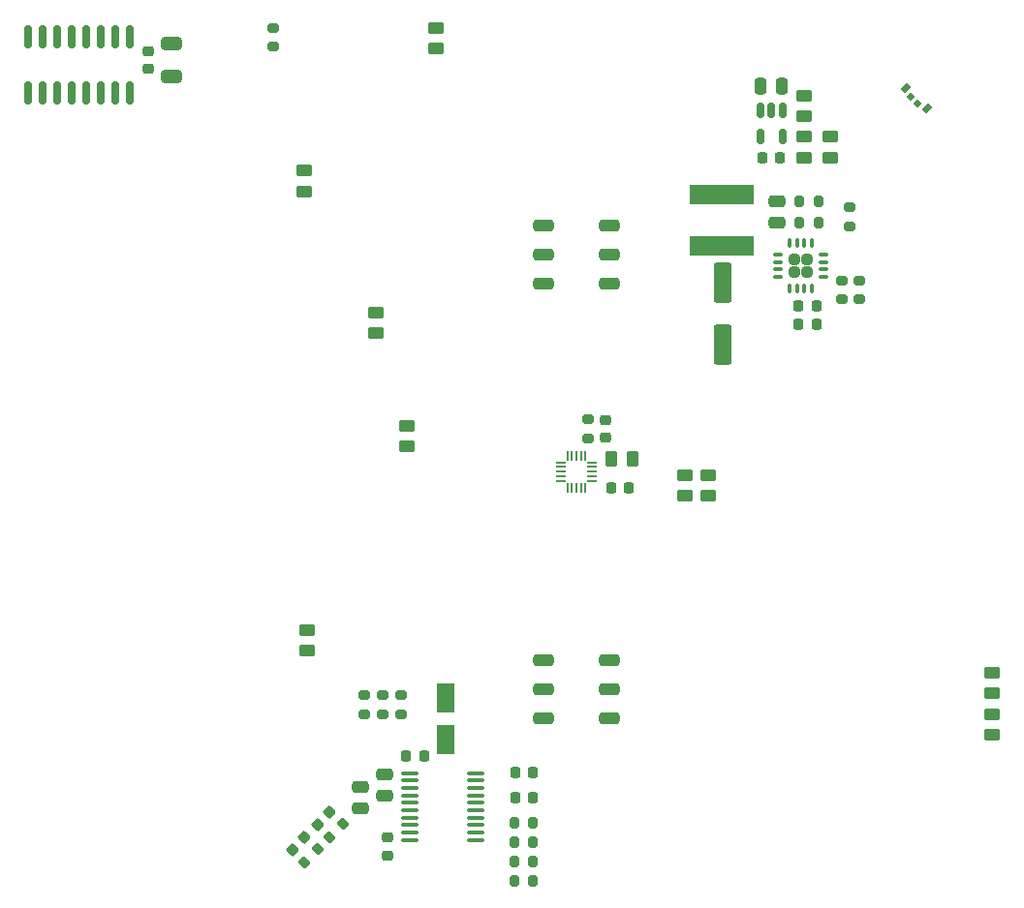
<source format=gbr>
%TF.GenerationSoftware,KiCad,Pcbnew,(6.0.10-0)*%
%TF.CreationDate,2024-12-15T11:01:57+01:00*%
%TF.ProjectId,MiniChord,4d696e69-4368-46f7-9264-2e6b69636164,rev?*%
%TF.SameCoordinates,Original*%
%TF.FileFunction,Paste,Top*%
%TF.FilePolarity,Positive*%
%FSLAX46Y46*%
G04 Gerber Fmt 4.6, Leading zero omitted, Abs format (unit mm)*
G04 Created by KiCad (PCBNEW (6.0.10-0)) date 2024-12-15 11:01:57*
%MOMM*%
%LPD*%
G01*
G04 APERTURE LIST*
G04 Aperture macros list*
%AMRoundRect*
0 Rectangle with rounded corners*
0 $1 Rounding radius*
0 $2 $3 $4 $5 $6 $7 $8 $9 X,Y pos of 4 corners*
0 Add a 4 corners polygon primitive as box body*
4,1,4,$2,$3,$4,$5,$6,$7,$8,$9,$2,$3,0*
0 Add four circle primitives for the rounded corners*
1,1,$1+$1,$2,$3*
1,1,$1+$1,$4,$5*
1,1,$1+$1,$6,$7*
1,1,$1+$1,$8,$9*
0 Add four rect primitives between the rounded corners*
20,1,$1+$1,$2,$3,$4,$5,0*
20,1,$1+$1,$4,$5,$6,$7,0*
20,1,$1+$1,$6,$7,$8,$9,0*
20,1,$1+$1,$8,$9,$2,$3,0*%
%AMFreePoly0*
4,1,14,0.354215,0.088284,0.450784,-0.008285,0.462500,-0.036569,0.462500,-0.060000,0.450784,-0.088284,0.422500,-0.100000,-0.422500,-0.100000,-0.450784,-0.088284,-0.462500,-0.060000,-0.462500,0.060000,-0.450784,0.088284,-0.422500,0.100000,0.325931,0.100000,0.354215,0.088284,0.354215,0.088284,$1*%
%AMFreePoly1*
4,1,14,0.450784,0.088284,0.462500,0.060000,0.462500,0.036569,0.450784,0.008285,0.354215,-0.088284,0.325931,-0.100000,-0.422500,-0.100000,-0.450784,-0.088284,-0.462500,-0.060000,-0.462500,0.060000,-0.450784,0.088284,-0.422500,0.100000,0.422500,0.100000,0.450784,0.088284,0.450784,0.088284,$1*%
%AMFreePoly2*
4,1,14,0.088284,0.450784,0.100000,0.422500,0.100000,-0.422500,0.088284,-0.450784,0.060000,-0.462500,-0.060000,-0.462500,-0.088284,-0.450784,-0.100000,-0.422500,-0.100000,0.325931,-0.088284,0.354215,0.008285,0.450784,0.036569,0.462500,0.060000,0.462500,0.088284,0.450784,0.088284,0.450784,$1*%
%AMFreePoly3*
4,1,14,-0.008285,0.450784,0.088284,0.354215,0.100000,0.325931,0.100000,-0.422500,0.088284,-0.450784,0.060000,-0.462500,-0.060000,-0.462500,-0.088284,-0.450784,-0.100000,-0.422500,-0.100000,0.422500,-0.088284,0.450784,-0.060000,0.462500,-0.036569,0.462500,-0.008285,0.450784,-0.008285,0.450784,$1*%
%AMFreePoly4*
4,1,14,0.450784,0.088284,0.462500,0.060000,0.462500,-0.060000,0.450784,-0.088284,0.422500,-0.100000,-0.325931,-0.100000,-0.354215,-0.088284,-0.450784,0.008285,-0.462500,0.036569,-0.462500,0.060000,-0.450784,0.088284,-0.422500,0.100000,0.422500,0.100000,0.450784,0.088284,0.450784,0.088284,$1*%
%AMFreePoly5*
4,1,14,0.450784,0.088284,0.462500,0.060000,0.462500,-0.060000,0.450784,-0.088284,0.422500,-0.100000,-0.422500,-0.100000,-0.450784,-0.088284,-0.462500,-0.060000,-0.462500,-0.036569,-0.450784,-0.008285,-0.354215,0.088284,-0.325931,0.100000,0.422500,0.100000,0.450784,0.088284,0.450784,0.088284,$1*%
%AMFreePoly6*
4,1,14,0.088284,0.450784,0.100000,0.422500,0.100000,-0.325931,0.088284,-0.354215,-0.008285,-0.450784,-0.036569,-0.462500,-0.060000,-0.462500,-0.088284,-0.450784,-0.100000,-0.422500,-0.100000,0.422500,-0.088284,0.450784,-0.060000,0.462500,0.060000,0.462500,0.088284,0.450784,0.088284,0.450784,$1*%
%AMFreePoly7*
4,1,14,0.088284,0.450784,0.100000,0.422500,0.100000,-0.422500,0.088284,-0.450784,0.060000,-0.462500,0.036569,-0.462500,0.008285,-0.450784,-0.088284,-0.354215,-0.100000,-0.325931,-0.100000,0.422500,-0.088284,0.450784,-0.060000,0.462500,0.060000,0.462500,0.088284,0.450784,0.088284,0.450784,$1*%
G04 Aperture macros list end*
%ADD10RoundRect,0.150000X0.150000X-0.825000X0.150000X0.825000X-0.150000X0.825000X-0.150000X-0.825000X0*%
%ADD11RoundRect,0.225000X-0.250000X0.225000X-0.250000X-0.225000X0.250000X-0.225000X0.250000X0.225000X0*%
%ADD12RoundRect,0.200000X-0.275000X0.200000X-0.275000X-0.200000X0.275000X-0.200000X0.275000X0.200000X0*%
%ADD13RoundRect,0.250000X-0.450000X0.262500X-0.450000X-0.262500X0.450000X-0.262500X0.450000X0.262500X0*%
%ADD14RoundRect,0.250000X-0.475000X0.250000X-0.475000X-0.250000X0.475000X-0.250000X0.475000X0.250000X0*%
%ADD15RoundRect,0.225000X-0.225000X-0.250000X0.225000X-0.250000X0.225000X0.250000X-0.225000X0.250000X0*%
%ADD16RoundRect,0.200000X-0.200000X-0.275000X0.200000X-0.275000X0.200000X0.275000X-0.200000X0.275000X0*%
%ADD17RoundRect,0.225000X0.017678X-0.335876X0.335876X-0.017678X-0.017678X0.335876X-0.335876X0.017678X0*%
%ADD18RoundRect,0.050000X0.388909X0.106066X0.106066X0.388909X-0.388909X-0.106066X-0.106066X-0.388909X0*%
%ADD19RoundRect,0.050000X0.300520X0.017678X0.017678X0.300520X-0.300520X-0.017678X-0.017678X-0.300520X0*%
%ADD20RoundRect,0.250000X0.475000X-0.250000X0.475000X0.250000X-0.475000X0.250000X-0.475000X-0.250000X0*%
%ADD21RoundRect,0.250000X0.450000X-0.262500X0.450000X0.262500X-0.450000X0.262500X-0.450000X-0.262500X0*%
%ADD22RoundRect,0.200000X0.275000X-0.200000X0.275000X0.200000X-0.275000X0.200000X-0.275000X-0.200000X0*%
%ADD23RoundRect,0.225000X0.225000X0.250000X-0.225000X0.250000X-0.225000X-0.250000X0.225000X-0.250000X0*%
%ADD24RoundRect,0.250000X-0.250000X-0.475000X0.250000X-0.475000X0.250000X0.475000X-0.250000X0.475000X0*%
%ADD25RoundRect,0.250000X-0.550000X1.500000X-0.550000X-1.500000X0.550000X-1.500000X0.550000X1.500000X0*%
%ADD26RoundRect,0.250000X-0.262500X-0.450000X0.262500X-0.450000X0.262500X0.450000X-0.262500X0.450000X0*%
%ADD27RoundRect,0.200000X-0.053033X0.335876X-0.335876X0.053033X0.053033X-0.335876X0.335876X-0.053033X0*%
%ADD28RoundRect,0.150000X-0.150000X0.512500X-0.150000X-0.512500X0.150000X-0.512500X0.150000X0.512500X0*%
%ADD29RoundRect,0.255000X-0.635000X0.255000X-0.635000X-0.255000X0.635000X-0.255000X0.635000X0.255000X0*%
%ADD30RoundRect,0.250000X-0.650000X0.325000X-0.650000X-0.325000X0.650000X-0.325000X0.650000X0.325000X0*%
%ADD31RoundRect,0.238649X-0.238648X-0.238648X0.238648X-0.238648X0.238648X0.238648X-0.238648X0.238648X0*%
%ADD32RoundRect,0.087500X-0.325000X-0.087500X0.325000X-0.087500X0.325000X0.087500X-0.325000X0.087500X0*%
%ADD33RoundRect,0.087500X-0.087500X-0.325000X0.087500X-0.325000X0.087500X0.325000X-0.087500X0.325000X0*%
%ADD34R,5.700000X1.700000*%
%ADD35RoundRect,0.200000X0.053033X-0.335876X0.335876X-0.053033X-0.053033X0.335876X-0.335876X0.053033X0*%
%ADD36RoundRect,0.200000X0.200000X0.275000X-0.200000X0.275000X-0.200000X-0.275000X0.200000X-0.275000X0*%
%ADD37RoundRect,0.100000X-0.637500X-0.100000X0.637500X-0.100000X0.637500X0.100000X-0.637500X0.100000X0*%
%ADD38RoundRect,0.250000X-0.550000X1.050000X-0.550000X-1.050000X0.550000X-1.050000X0.550000X1.050000X0*%
%ADD39RoundRect,0.225000X-0.017678X0.335876X-0.335876X0.017678X0.017678X-0.335876X0.335876X-0.017678X0*%
%ADD40FreePoly0,180.000000*%
%ADD41RoundRect,0.050000X0.412500X0.050000X-0.412500X0.050000X-0.412500X-0.050000X0.412500X-0.050000X0*%
%ADD42FreePoly1,180.000000*%
%ADD43FreePoly2,180.000000*%
%ADD44RoundRect,0.050000X0.050000X0.412500X-0.050000X0.412500X-0.050000X-0.412500X0.050000X-0.412500X0*%
%ADD45FreePoly3,180.000000*%
%ADD46FreePoly4,180.000000*%
%ADD47FreePoly5,180.000000*%
%ADD48FreePoly6,180.000000*%
%ADD49FreePoly7,180.000000*%
G04 APERTURE END LIST*
D10*
%TO.C,U4*%
X88555000Y-77875000D03*
X89825000Y-77875000D03*
X91095000Y-77875000D03*
X92365000Y-77875000D03*
X93635000Y-77875000D03*
X94905000Y-77875000D03*
X96175000Y-77875000D03*
X97445000Y-77875000D03*
X97445000Y-72925000D03*
X96175000Y-72925000D03*
X94905000Y-72925000D03*
X93635000Y-72925000D03*
X92365000Y-72925000D03*
X91095000Y-72925000D03*
X89825000Y-72925000D03*
X88555000Y-72925000D03*
%TD*%
D11*
%TO.C,C7*%
X99100000Y-74225000D03*
X99100000Y-75775000D03*
%TD*%
D12*
%TO.C,R2*%
X159700000Y-94275000D03*
X159700000Y-95925000D03*
%TD*%
D13*
%TO.C,R13*%
X121700000Y-106987500D03*
X121700000Y-108812500D03*
%TD*%
D14*
%TO.C,C9*%
X119700000Y-137450000D03*
X119700000Y-139350000D03*
%TD*%
D15*
%TO.C,C11*%
X121625000Y-135900000D03*
X123175000Y-135900000D03*
%TD*%
D16*
%TO.C,R29*%
X131075000Y-145100000D03*
X132725000Y-145100000D03*
%TD*%
%TO.C,R27*%
X131075000Y-141700000D03*
X132725000Y-141700000D03*
%TD*%
D12*
%TO.C,R7*%
X160400000Y-87875000D03*
X160400000Y-89525000D03*
%TD*%
D17*
%TO.C,C16*%
X111651992Y-144048008D03*
X112748008Y-142951992D03*
%TD*%
D18*
%TO.C,D3*%
X167146536Y-79257627D03*
D19*
X166315685Y-78815685D03*
X165750000Y-78250000D03*
D18*
X165308058Y-77419149D03*
%TD*%
D11*
%TO.C,C19*%
X139000000Y-106475000D03*
X139000000Y-108025000D03*
%TD*%
D20*
%TO.C,C4*%
X154000000Y-89250000D03*
X154000000Y-87350000D03*
%TD*%
D21*
%TO.C,R10*%
X148000000Y-113112500D03*
X148000000Y-111287500D03*
%TD*%
D22*
%TO.C,R15*%
X137500000Y-108075000D03*
X137500000Y-106425000D03*
%TD*%
D16*
%TO.C,R28*%
X131075000Y-143400000D03*
X132725000Y-143400000D03*
%TD*%
D21*
%TO.C,R1*%
X158700000Y-83520000D03*
X158700000Y-81695000D03*
%TD*%
D13*
%TO.C,R12*%
X119000000Y-97087500D03*
X119000000Y-98912500D03*
%TD*%
%TO.C,R39*%
X172800000Y-132200000D03*
X172800000Y-134025000D03*
%TD*%
D12*
%TO.C,R37*%
X118000000Y-130575000D03*
X118000000Y-132225000D03*
%TD*%
%TO.C,R35*%
X121200000Y-130575000D03*
X121200000Y-132225000D03*
%TD*%
D23*
%TO.C,C1*%
X157475000Y-98100000D03*
X155925000Y-98100000D03*
%TD*%
D24*
%TO.C,C18*%
X152550000Y-77307500D03*
X154450000Y-77307500D03*
%TD*%
D25*
%TO.C,C5*%
X149300000Y-94500000D03*
X149300000Y-99900000D03*
%TD*%
D26*
%TO.C,R14*%
X139587500Y-109900000D03*
X141412500Y-109900000D03*
%TD*%
D15*
%TO.C,C13*%
X131125000Y-139500000D03*
X132675000Y-139500000D03*
%TD*%
D27*
%TO.C,R32*%
X116083363Y-141816637D03*
X114916637Y-142983363D03*
%TD*%
D28*
%TO.C,U3*%
X154500000Y-79388750D03*
X153550000Y-79388750D03*
X152600000Y-79388750D03*
X152600000Y-81663750D03*
X154500000Y-81663750D03*
%TD*%
D13*
%TO.C,R16*%
X113000000Y-124837500D03*
X113000000Y-126662500D03*
%TD*%
D23*
%TO.C,C3*%
X157475000Y-96500000D03*
X155925000Y-96500000D03*
%TD*%
D29*
%TO.C,J1*%
X139410000Y-89470000D03*
X139410000Y-92000000D03*
X139410000Y-94540000D03*
X133590000Y-89460000D03*
X133590000Y-92000000D03*
X133590000Y-94540000D03*
%TD*%
D30*
%TO.C,C6*%
X101100000Y-73525000D03*
X101100000Y-76475000D03*
%TD*%
D12*
%TO.C,R34*%
X110000000Y-72175000D03*
X110000000Y-73825000D03*
%TD*%
D13*
%TO.C,R8*%
X156400000Y-81695000D03*
X156400000Y-83520000D03*
%TD*%
%TO.C,R4*%
X156400000Y-78095000D03*
X156400000Y-79920000D03*
%TD*%
D31*
%TO.C,U2*%
X155550000Y-92450000D03*
X155550000Y-93550000D03*
X156650000Y-92450000D03*
X156650000Y-93550000D03*
D32*
X154137500Y-92025000D03*
X154137500Y-92675000D03*
X154137500Y-93325000D03*
X154137500Y-93975000D03*
D33*
X155125000Y-94962500D03*
X155775000Y-94962500D03*
X156425000Y-94962500D03*
X157075000Y-94962500D03*
D32*
X158062500Y-93975000D03*
X158062500Y-93325000D03*
X158062500Y-92675000D03*
X158062500Y-92025000D03*
D33*
X157075000Y-91037500D03*
X156425000Y-91037500D03*
X155775000Y-91037500D03*
X155125000Y-91037500D03*
%TD*%
D34*
%TO.C,L1*%
X149200000Y-86750000D03*
X149200000Y-91250000D03*
%TD*%
D29*
%TO.C,J4*%
X139410000Y-127470000D03*
X139410000Y-130000000D03*
X139410000Y-132540000D03*
X133590000Y-127460000D03*
X133590000Y-130000000D03*
X133590000Y-132540000D03*
%TD*%
D35*
%TO.C,R31*%
X112733274Y-145166726D03*
X113900000Y-144000000D03*
%TD*%
D15*
%TO.C,C2*%
X152725000Y-83507500D03*
X154275000Y-83507500D03*
%TD*%
D21*
%TO.C,R9*%
X146000000Y-113112500D03*
X146000000Y-111287500D03*
%TD*%
D36*
%TO.C,R6*%
X157625000Y-87400000D03*
X155975000Y-87400000D03*
%TD*%
D21*
%TO.C,R38*%
X172800000Y-130400000D03*
X172800000Y-128575000D03*
%TD*%
D16*
%TO.C,R30*%
X131075000Y-146800000D03*
X132725000Y-146800000D03*
%TD*%
D21*
%TO.C,R40*%
X124200000Y-73987500D03*
X124200000Y-72162500D03*
%TD*%
D37*
%TO.C,U5*%
X121937500Y-137375000D03*
X121937500Y-138025000D03*
X121937500Y-138675000D03*
X121937500Y-139325000D03*
X121937500Y-139975000D03*
X121937500Y-140625000D03*
X121937500Y-141275000D03*
X121937500Y-141925000D03*
X121937500Y-142575000D03*
X121937500Y-143225000D03*
X127662500Y-143225000D03*
X127662500Y-142575000D03*
X127662500Y-141925000D03*
X127662500Y-141275000D03*
X127662500Y-140625000D03*
X127662500Y-139975000D03*
X127662500Y-139325000D03*
X127662500Y-138675000D03*
X127662500Y-138025000D03*
X127662500Y-137375000D03*
%TD*%
D15*
%TO.C,C8*%
X139525000Y-112400000D03*
X141075000Y-112400000D03*
%TD*%
D11*
%TO.C,C14*%
X120000000Y-143025000D03*
X120000000Y-144575000D03*
%TD*%
D36*
%TO.C,R5*%
X157625000Y-89200000D03*
X155975000Y-89200000D03*
%TD*%
D38*
%TO.C,C15*%
X125100000Y-130800000D03*
X125100000Y-134400000D03*
%TD*%
D12*
%TO.C,R36*%
X119600000Y-130575000D03*
X119600000Y-132225000D03*
%TD*%
D14*
%TO.C,C10*%
X117600000Y-138550000D03*
X117600000Y-140450000D03*
%TD*%
D21*
%TO.C,R11*%
X112700000Y-86512500D03*
X112700000Y-84687500D03*
%TD*%
D39*
%TO.C,C17*%
X114948008Y-140751992D03*
X113851992Y-141848008D03*
%TD*%
D40*
%TO.C,U6*%
X137887500Y-111800000D03*
D41*
X137887500Y-111400000D03*
X137887500Y-111000000D03*
X137887500Y-110600000D03*
D42*
X137887500Y-110200000D03*
D43*
X137300000Y-109612500D03*
D44*
X136900000Y-109612500D03*
X136500000Y-109612500D03*
X136100000Y-109612500D03*
D45*
X135700000Y-109612500D03*
D46*
X135112500Y-110200000D03*
D41*
X135112500Y-110600000D03*
X135112500Y-111000000D03*
X135112500Y-111400000D03*
D47*
X135112500Y-111800000D03*
D48*
X135700000Y-112387500D03*
D44*
X136100000Y-112387500D03*
X136500000Y-112387500D03*
X136900000Y-112387500D03*
D49*
X137300000Y-112387500D03*
%TD*%
D12*
%TO.C,R3*%
X161200000Y-94275000D03*
X161200000Y-95925000D03*
%TD*%
D15*
%TO.C,C12*%
X131125000Y-137300000D03*
X132675000Y-137300000D03*
%TD*%
M02*

</source>
